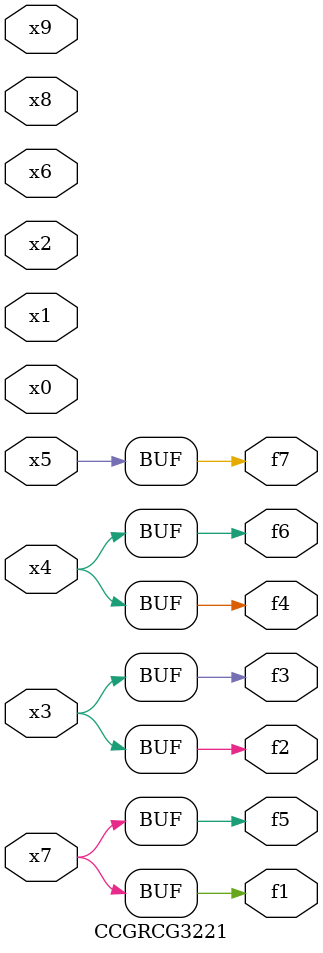
<source format=v>
module CCGRCG3221(
	input x0, x1, x2, x3, x4, x5, x6, x7, x8, x9,
	output f1, f2, f3, f4, f5, f6, f7
);
	assign f1 = x7;
	assign f2 = x3;
	assign f3 = x3;
	assign f4 = x4;
	assign f5 = x7;
	assign f6 = x4;
	assign f7 = x5;
endmodule

</source>
